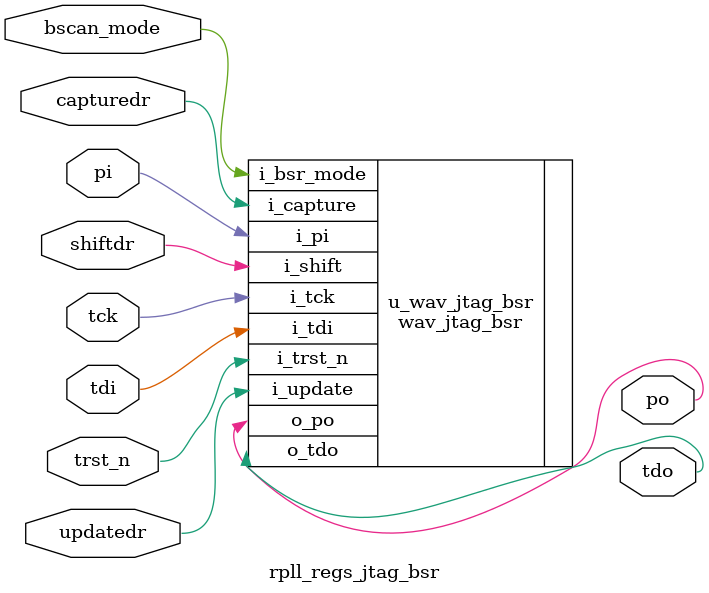
<source format=v>



module rpll_regs_regs_top #(
  parameter    ADDR_WIDTH = 8
)(
  //CORE_OVERRIDES
  input  wire         core_reset,
  output wire         swi_core_reset_muxed,
  input  wire         core_ready_ov,
  output wire         swi_core_ready_ov_muxed,
  input  wire         core_ret,
  output wire         swi_core_ret_muxed,
  //CORE_STATUS
  input  wire         core_ready,
  input  wire         core_fastlock_ready,
  input  wire         freq_detect_lock,
  input  wire [16:0]  freq_detect_cycles,
  input  wire [3:0]   fsm_state,
  //CORE_STATUS_INT
  input  wire         w1c_in_core_ready_int,
  output wire         w1c_out_core_ready_int,
  input  wire         w1c_in_core_loss_lock_int,
  output wire         w1c_out_core_loss_lock_int,
  input  wire         w1c_in_retention_exit_to_int,
  output wire         w1c_out_retention_exit_to_int,
  output wire         swi_core_ready_int_en,
  output wire         swi_core_loss_lock_int_en,
  output wire         swi_retention_exit_to_int_en,
  //INT_FRAC_SETTINGS
  output wire [8:0]   swi_vco_int,
  output wire [15:0]  swi_vco_frac,
  output wire [1:0]   swi_post_div_sel,
  //SSC_CONTROLS
  output wire         swi_ssc_enable,
  output wire [9:0]   swi_ssc_stepsize,
  output wire [16:0]  swi_ssc_amp,
  output wire         swi_ssc_count_cycles,
  output wire         swi_ssc_center_spread,
  //RETENTION_STATE_CONTROL
  output wire [15:0]  swi_ret_per_training_wait,
  output wire [7:0]   swi_ret_per_training_time,
  //RETENTION_EXIT_SETTINGS
  output wire [15:0]  swi_ret_exit_timeout,
  //RETENTION_LOCK_SETTINGS
  output wire [7:0]   swi_ret_lock_refclk_cycles,
  output wire [15:0]  swi_ret_lock_div16_cycles,
  output wire [7:0]   swi_ret_lock_div16_range,
  //RETENTION_LOCK_SETTINGS2
  input  wire         ret_lock_det_en,
  output wire         swi_ret_lock_det_en_muxed,
  input  wire         ret_lock_det_locked,
  input  wire [15:0]  ret_lock_cycles,
  //STATE_MACHINE_CONTROLS
  output wire [7:0]   swi_bias_settle_count,
  output wire [7:0]   swi_pre_locking_count,
  output wire         swi_disable_lock_det_after_lock,
  //PROP_GAINS
  output wire [4:0]   swi_normal_prop_gain,
  //INTR_GAINS
  output wire [4:0]   swi_normal_int_gain,
  //INTR_PROP_FL_GAINS
  output wire [4:0]   swi_fl_int_gain,
  output wire [4:0]   swi_fl_prop_gain,
  //INTR_PROP_GAINS_OVERRIDE
  input  wire [4:0]   int_gain,
  output wire [4:0]   swi_int_gain_muxed,
  input  wire [4:0]   prop_gain,
  output wire [4:0]   swi_prop_gain_muxed,
  //LOCK_DET_SETTINGS
  output wire [15:0]  swi_ld_refclk_cycles,
  output wire [5:0]   swi_ld_range,
  //FASTLOCK_DET_SETTINGS
  output wire [15:0]  swi_fastld_refclk_cycles,
  output wire [5:0]   swi_fastld_range,
  //ANALOG_EN_RESET
  input  wire         pll_en,
  output wire         swi_pll_en_muxed,
  input  wire         pll_reset,
  output wire         swi_pll_reset_muxed,
  input  wire         pll_ret,
  output wire         swi_pll_ret_muxed,
  input  wire [8:0]   fbdiv_sel,
  output wire [8:0]   swi_fbdiv_sel_muxed,
  //MODE_DTST_MISC
  output wire [3:0]   swi_bias_lvl,
  output wire         swi_cp_int_mode,
  input  wire         en_lock_det,
  output wire         swi_en_lock_det_muxed,
  output wire [2:0]   swi_dtest_sel,
  output wire [7:0]   swi_mode_extra,
  output wire         swi_byp_clk_sel,
  output wire         swi_dbl_clk_sel,
  output wire         swi_bias_sel,
  //PROP_CTRLS
  output wire [1:0]   swi_prop_c_ctrl,
  output wire [1:0]   swi_prop_r_ctrl,
  //REFCLK_CONTROLS
  output wire [1:0]   swi_pfd_mode,
  output wire         swi_sel_refclk_alt,
  //DEBUG_BUS_STATUS
  output reg  [31:0]  debug_bus_ctrl_status,

  //DFT Ports (if used)
  input  wire dft_core_scan_mode,
  input  wire dft_iddq_mode,
  input  wire dft_hiz_mode,
  input  wire dft_bscan_mode,
  // BSCAN Shift Interface
  input  wire dft_bscan_tck,
  input  wire dft_bscan_trst_n,
  input  wire dft_bscan_capturedr,
  input  wire dft_bscan_shiftdr,
  input  wire dft_bscan_updatedr,
  input  wire dft_bscan_tdi,
  output wire dft_bscan_tdo,     //Assigned to last in chain
  
  // APB Interface
  input  wire RegReset,
  input  wire RegClk,
  input  wire PSEL,
  input  wire PENABLE,
  input  wire PWRITE,
  output wire PSLVERR,
  output wire PREADY,
  input  wire [(ADDR_WIDTH-1):0] PADDR,
  input  wire [31:0] PWDATA,
  output wire [31:0] PRDATA
);
  
  //DFT Tieoffs (if not used)

  //APB Setup/Access 
  wire [(ADDR_WIDTH-1):0] RegAddr_in;
  reg  [(ADDR_WIDTH-1):0] RegAddr;
  wire [31:0] RegWrData_in;
  reg  [31:0] RegWrData;
  wire RegWrEn_in;
  reg  RegWrEn_pq;
  wire RegWrEn;

  assign RegAddr_in = PSEL ? PADDR : RegAddr; 

  always @(posedge RegClk or posedge RegReset) begin
    if (RegReset) begin
      RegAddr <= {(ADDR_WIDTH){1'b0}};
    end else begin
      RegAddr <= RegAddr_in;
    end
  end

  assign RegWrData_in = PSEL ? PWDATA : RegWrData; 

  always @(posedge RegClk or posedge RegReset) begin
    if (RegReset) begin
      RegWrData <= 32'h00000000;
    end else begin
      RegWrData <= RegWrData_in;
    end
  end

  assign RegWrEn_in = PSEL & PWRITE;

  always @(posedge RegClk or posedge RegReset) begin
    if (RegReset) begin
      RegWrEn_pq <= 1'b0;
    end else begin
      RegWrEn_pq <= RegWrEn_in;
    end
  end

  assign RegWrEn = RegWrEn_pq & PENABLE;
  
  //assign PSLVERR = 1'b0;
  assign PREADY  = 1'b1;
  


  //Regs for Mux Override sel
  reg  reg_core_reset_mux;
  reg  reg_core_ready_ov_mux;
  reg  reg_core_ret_mux;
  reg  reg_ret_lock_det_en_mux;
  reg  reg_int_gain_mux;
  reg  reg_prop_gain_mux;
  reg  reg_pll_en_mux;
  reg  reg_pll_reset_mux;
  reg  reg_pll_ret_mux;
  reg  reg_fbdiv_sel_mux;
  reg  reg_en_lock_det_mux;



  //---------------------------
  // CORE_OVERRIDES
  // core_reset - Main PLL Reset
  // core_reset_mux - 1 - Use register value, 0 - use logic
  // core_ready_ov - Override for core_ready (sims/debug)
  // core_ready_ov_mux - 1 - Use register value, 0 - use logic
  // core_ret - Enable PLL retention mode (this is not power gating retention)
  // core_ret_mux - 1 - Use register value, 0 - use logic
  //---------------------------
  wire [31:0] CORE_OVERRIDES_reg_read;
  reg          reg_core_reset;
  reg          reg_core_ready_ov;
  reg          reg_core_ret;

  always @(posedge RegClk or posedge RegReset) begin
    if(RegReset) begin
      reg_core_reset                         <= 1'h0;
      reg_core_reset_mux                     <= 1'h0;
      reg_core_ready_ov                      <= 1'h0;
      reg_core_ready_ov_mux                  <= 1'h0;
      reg_core_ret                           <= 1'h0;
      reg_core_ret_mux                       <= 1'h0;
    end else if(RegAddr == 'h0 && RegWrEn) begin
      reg_core_reset                         <= RegWrData[0];
      reg_core_reset_mux                     <= RegWrData[1];
      reg_core_ready_ov                      <= RegWrData[2];
      reg_core_ready_ov_mux                  <= RegWrData[3];
      reg_core_ret                           <= RegWrData[4];
      reg_core_ret_mux                       <= RegWrData[5];
    end else begin
      reg_core_reset                         <= reg_core_reset;
      reg_core_reset_mux                     <= reg_core_reset_mux;
      reg_core_ready_ov                      <= reg_core_ready_ov;
      reg_core_ready_ov_mux                  <= reg_core_ready_ov_mux;
      reg_core_ret                           <= reg_core_ret;
      reg_core_ret_mux                       <= reg_core_ret_mux;
    end
  end

  assign CORE_OVERRIDES_reg_read = {26'h0,
          reg_core_ret_mux,
          reg_core_ret,
          reg_core_ready_ov_mux,
          reg_core_ready_ov,
          reg_core_reset_mux,
          reg_core_reset};

  //-----------------------

  wire        swi_core_reset_muxed_pre;
  wav_clock_mux u_wav_clock_mux_core_reset (
    .clk0    ( core_reset                         ),              
    .clk1    ( reg_core_reset                     ),              
    .sel     ( reg_core_reset_mux                 ),      
    .clk_out ( swi_core_reset_muxed_pre           )); 

  assign swi_core_reset_muxed = swi_core_reset_muxed_pre;

  //-----------------------
  //-----------------------

  wire        swi_core_ready_ov_muxed_pre;
  wav_clock_mux u_wav_clock_mux_core_ready_ov (
    .clk0    ( core_ready_ov                      ),              
    .clk1    ( reg_core_ready_ov                  ),              
    .sel     ( reg_core_ready_ov_mux              ),      
    .clk_out ( swi_core_ready_ov_muxed_pre        )); 

  assign swi_core_ready_ov_muxed = swi_core_ready_ov_muxed_pre;

  //-----------------------
  //-----------------------

  wire        swi_core_ret_muxed_pre;
  wav_clock_mux u_wav_clock_mux_core_ret (
    .clk0    ( core_ret                           ),              
    .clk1    ( reg_core_ret                       ),              
    .sel     ( reg_core_ret_mux                   ),      
    .clk_out ( swi_core_ret_muxed_pre             )); 

  assign swi_core_ret_muxed = swi_core_ret_muxed_pre;

  //-----------------------




  //---------------------------
  // CORE_STATUS
  // core_ready - 1 - PLL is locked and ready to be used
  // core_fastlock_ready - 1 - PLL has completed fast lock
  // freq_detect_lock - Status of the freq detection circuit
  // freq_detect_cycles - Current FB cycles from freq detection circuit
  // fsm_state - FSM State
  //---------------------------
  wire [31:0] CORE_STATUS_reg_read;
  assign CORE_STATUS_reg_read = {8'h0,
          fsm_state,
          freq_detect_cycles,
          freq_detect_lock,
          core_fastlock_ready,
          core_ready};

  //-----------------------
  //-----------------------
  //-----------------------
  //-----------------------
  //-----------------------




  //---------------------------
  // CORE_STATUS_INT
  // core_ready_int - Asserts when core_ready asserts
  // core_loss_lock_int - Asserts when loss of lock is seen
  // retention_exit_to_int - Asserts when retention mode does not exit within programmed time
  // reserved0 - 
  // core_ready_int_en - 1 - Enable core_ready_int interrupt
  // core_loss_lock_int_en - 1 - Enable core_loss_lock_int interrupt
  // retention_exit_to_int_en - 1 - Enable retention_exit_to_int interrupt
  //---------------------------
  wire [31:0] CORE_STATUS_INT_reg_read;
  reg          reg_w1c_core_ready_int;
  wire         reg_w1c_in_core_ready_int_ff2;
  reg          reg_w1c_in_core_ready_int_ff3;
  reg          reg_w1c_core_loss_lock_int;
  wire         reg_w1c_in_core_loss_lock_int_ff2;
  reg          reg_w1c_in_core_loss_lock_int_ff3;
  reg          reg_w1c_retention_exit_to_int;
  wire         reg_w1c_in_retention_exit_to_int_ff2;
  reg          reg_w1c_in_retention_exit_to_int_ff3;
  reg         reg_core_ready_int_en;
  reg         reg_core_loss_lock_int_en;
  reg         reg_retention_exit_to_int_en;

  always @(posedge RegClk or posedge RegReset) begin
    if(RegReset) begin
      reg_core_ready_int_en                  <= 1'h1;
      reg_core_loss_lock_int_en              <= 1'h1;
      reg_retention_exit_to_int_en           <= 1'h1;
    end else if(RegAddr == 'h8 && RegWrEn) begin
      reg_core_ready_int_en                  <= RegWrData[9];
      reg_core_loss_lock_int_en              <= RegWrData[10];
      reg_retention_exit_to_int_en           <= RegWrData[11];
    end else begin
      reg_core_ready_int_en                  <= reg_core_ready_int_en;
      reg_core_loss_lock_int_en              <= reg_core_loss_lock_int_en;
      reg_retention_exit_to_int_en           <= reg_retention_exit_to_int_en;
    end
  end


  // core_ready_int W1C Logic
  always @(posedge RegClk or posedge RegReset) begin
    if(RegReset) begin
      reg_w1c_core_ready_int                    <= 1'h0;
      reg_w1c_in_core_ready_int_ff3             <= 1'h0;
    end else begin
      reg_w1c_core_ready_int                    <= RegWrData[0] && reg_w1c_core_ready_int && (RegAddr == 'h8) && RegWrEn ? 1'b0 : (reg_w1c_in_core_ready_int_ff2 & ~reg_w1c_in_core_ready_int_ff3 ? 1'b1 : reg_w1c_core_ready_int);
      reg_w1c_in_core_ready_int_ff3             <= reg_w1c_in_core_ready_int_ff2;
    end
  end

  demet_reset u_demet_reset_core_ready_int (
    .clk     ( RegClk                                     ),              
    .reset   ( RegReset                                   ),              
    .sig_in  ( w1c_in_core_ready_int                      ),            
    .sig_out ( reg_w1c_in_core_ready_int_ff2              )); 


  // core_loss_lock_int W1C Logic
  always @(posedge RegClk or posedge RegReset) begin
    if(RegReset) begin
      reg_w1c_core_loss_lock_int                <= 1'h0;
      reg_w1c_in_core_loss_lock_int_ff3         <= 1'h0;
    end else begin
      reg_w1c_core_loss_lock_int                <= RegWrData[1] && reg_w1c_core_loss_lock_int && (RegAddr == 'h8) && RegWrEn ? 1'b0 : (reg_w1c_in_core_loss_lock_int_ff2 & ~reg_w1c_in_core_loss_lock_int_ff3 ? 1'b1 : reg_w1c_core_loss_lock_int);
      reg_w1c_in_core_loss_lock_int_ff3         <= reg_w1c_in_core_loss_lock_int_ff2;
    end
  end

  demet_reset u_demet_reset_core_loss_lock_int (
    .clk     ( RegClk                                     ),              
    .reset   ( RegReset                                   ),              
    .sig_in  ( w1c_in_core_loss_lock_int                  ),            
    .sig_out ( reg_w1c_in_core_loss_lock_int_ff2          )); 


  // retention_exit_to_int W1C Logic
  always @(posedge RegClk or posedge RegReset) begin
    if(RegReset) begin
      reg_w1c_retention_exit_to_int             <= 1'h0;
      reg_w1c_in_retention_exit_to_int_ff3      <= 1'h0;
    end else begin
      reg_w1c_retention_exit_to_int             <= RegWrData[2] && reg_w1c_retention_exit_to_int && (RegAddr == 'h8) && RegWrEn ? 1'b0 : (reg_w1c_in_retention_exit_to_int_ff2 & ~reg_w1c_in_retention_exit_to_int_ff3 ? 1'b1 : reg_w1c_retention_exit_to_int);
      reg_w1c_in_retention_exit_to_int_ff3      <= reg_w1c_in_retention_exit_to_int_ff2;
    end
  end

  demet_reset u_demet_reset_retention_exit_to_int (
    .clk     ( RegClk                                     ),              
    .reset   ( RegReset                                   ),              
    .sig_in  ( w1c_in_retention_exit_to_int               ),            
    .sig_out ( reg_w1c_in_retention_exit_to_int_ff2       )); 

  assign CORE_STATUS_INT_reg_read = {20'h0,
          reg_retention_exit_to_int_en,
          reg_core_loss_lock_int_en,
          reg_core_ready_int_en,
          6'd0, //Reserved
          reg_w1c_retention_exit_to_int,
          reg_w1c_core_loss_lock_int,
          reg_w1c_core_ready_int};

  //-----------------------
  assign w1c_out_core_ready_int = reg_w1c_core_ready_int;
  //-----------------------
  assign w1c_out_core_loss_lock_int = reg_w1c_core_loss_lock_int;
  //-----------------------
  assign w1c_out_retention_exit_to_int = reg_w1c_retention_exit_to_int;
  //-----------------------
  //-----------------------
  assign swi_core_ready_int_en = reg_core_ready_int_en;

  //-----------------------
  assign swi_core_loss_lock_int_en = reg_core_loss_lock_int_en;

  //-----------------------
  assign swi_retention_exit_to_int_en = reg_retention_exit_to_int_en;





  //---------------------------
  // INT_FRAC_SETTINGS
  // vco_int - Integer value of feedback divider
  // vco_frac - Fractional value of feedback divider      
  // post_div_sel - Post Divider 00 - No Div, 01 - Div2, 10 - Div4, 11 - Div8   
  //---------------------------
  wire [31:0] INT_FRAC_SETTINGS_reg_read;
  reg [8:0]   reg_vco_int;
  reg [15:0]  reg_vco_frac;
  reg [1:0]   reg_post_div_sel;

  always @(posedge RegClk or posedge RegReset) begin
    if(RegReset) begin
      reg_vco_int                            <= 9'h1a;
      reg_vco_frac                           <= 16'h0;
      reg_post_div_sel                       <= 2'h0;
    end else if(RegAddr == 'hc && RegWrEn) begin
      reg_vco_int                            <= RegWrData[8:0];
      reg_vco_frac                           <= RegWrData[24:9];
      reg_post_div_sel                       <= RegWrData[26:25];
    end else begin
      reg_vco_int                            <= reg_vco_int;
      reg_vco_frac                           <= reg_vco_frac;
      reg_post_div_sel                       <= reg_post_div_sel;
    end
  end

  assign INT_FRAC_SETTINGS_reg_read = {5'h0,
          reg_post_div_sel,
          reg_vco_frac,
          reg_vco_int};

  //-----------------------
  assign swi_vco_int = reg_vco_int;

  //-----------------------
  assign swi_vco_frac = reg_vco_frac;

  //-----------------------
  wire [1:0] post_div_sel_tdo;


  wire [1:0] post_div_sel_bscan_flop_po;
  rpll_regs_jtag_bsr u_rpll_regs_jtag_bsr_post_div_sel[1:0] (   
    .tck        ( dft_bscan_tck                      ),          
    .trst_n     ( dft_bscan_trst_n                   ),      
    .bscan_mode ( dft_bscan_mode                     ),
    .capturedr  ( dft_bscan_capturedr                ),
    .shiftdr    ( dft_bscan_shiftdr                  ),          
    .updatedr   ( dft_bscan_updatedr                 ),               
    .pi         ( reg_post_div_sel                   ),               
    .po         ( post_div_sel_bscan_flop_po         ),               
    .tdi        ( {dft_bscan_tdi,
                   post_div_sel_tdo[1]}     ),                
    .tdo        ( {post_div_sel_tdo[1],
                   post_div_sel_tdo[0]}     )); 

  assign swi_post_div_sel = post_div_sel_bscan_flop_po;





  //---------------------------
  // SSC_CONTROLS
  // ssc_enable - 
  // ssc_stepsize - 
  // ssc_amp - 
  // ssc_count_cycles - 
  // ssc_center_spread - 
  //---------------------------
  wire [31:0] SSC_CONTROLS_reg_read;
  reg         reg_ssc_enable;
  reg [9:0]   reg_ssc_stepsize;
  reg [16:0]  reg_ssc_amp;
  reg         reg_ssc_count_cycles;
  reg         reg_ssc_center_spread;

  always @(posedge RegClk or posedge RegReset) begin
    if(RegReset) begin
      reg_ssc_enable                         <= 1'h0;
      reg_ssc_stepsize                       <= 10'h0;
      reg_ssc_amp                            <= 17'h0;
      reg_ssc_count_cycles                   <= 1'h0;
      reg_ssc_center_spread                  <= 1'h0;
    end else if(RegAddr == 'h10 && RegWrEn) begin
      reg_ssc_enable                         <= RegWrData[0];
      reg_ssc_stepsize                       <= RegWrData[10:1];
      reg_ssc_amp                            <= RegWrData[27:11];
      reg_ssc_count_cycles                   <= RegWrData[28];
      reg_ssc_center_spread                  <= RegWrData[29];
    end else begin
      reg_ssc_enable                         <= reg_ssc_enable;
      reg_ssc_stepsize                       <= reg_ssc_stepsize;
      reg_ssc_amp                            <= reg_ssc_amp;
      reg_ssc_count_cycles                   <= reg_ssc_count_cycles;
      reg_ssc_center_spread                  <= reg_ssc_center_spread;
    end
  end

  assign SSC_CONTROLS_reg_read = {2'h0,
          reg_ssc_center_spread,
          reg_ssc_count_cycles,
          reg_ssc_amp,
          reg_ssc_stepsize,
          reg_ssc_enable};

  //-----------------------
  assign swi_ssc_enable = reg_ssc_enable;

  //-----------------------
  assign swi_ssc_stepsize = reg_ssc_stepsize;

  //-----------------------
  assign swi_ssc_amp = reg_ssc_amp;

  //-----------------------
  assign swi_ssc_count_cycles = reg_ssc_count_cycles;

  //-----------------------
  assign swi_ssc_center_spread = reg_ssc_center_spread;





  //---------------------------
  // RETENTION_STATE_CONTROL
  // ret_per_training_wait - Number of cycles to wait between periodic training while in retention mode. 0 indicates disabled
  // ret_per_training_time - Number of cycles to run periodic training in retention mode
  //---------------------------
  wire [31:0] RETENTION_STATE_CONTROL_reg_read;
  reg [15:0]  reg_ret_per_training_wait;
  reg [7:0]   reg_ret_per_training_time;

  always @(posedge RegClk or posedge RegReset) begin
    if(RegReset) begin
      reg_ret_per_training_wait              <= 16'h7ff;
      reg_ret_per_training_time              <= 8'h3f;
    end else if(RegAddr == 'h14 && RegWrEn) begin
      reg_ret_per_training_wait              <= RegWrData[15:0];
      reg_ret_per_training_time              <= RegWrData[23:16];
    end else begin
      reg_ret_per_training_wait              <= reg_ret_per_training_wait;
      reg_ret_per_training_time              <= reg_ret_per_training_time;
    end
  end

  assign RETENTION_STATE_CONTROL_reg_read = {8'h0,
          reg_ret_per_training_time,
          reg_ret_per_training_wait};

  //-----------------------
  assign swi_ret_per_training_wait = reg_ret_per_training_wait;

  //-----------------------
  assign swi_ret_per_training_time = reg_ret_per_training_time;





  //---------------------------
  // RETENTION_EXIT_SETTINGS
  // ret_exit_timeout - If retention exit does not occur within this time, the PLL will self reset.
  //---------------------------
  wire [31:0] RETENTION_EXIT_SETTINGS_reg_read;
  reg [15:0]  reg_ret_exit_timeout;

  always @(posedge RegClk or posedge RegReset) begin
    if(RegReset) begin
      reg_ret_exit_timeout                   <= 16'hfff;
    end else if(RegAddr == 'h18 && RegWrEn) begin
      reg_ret_exit_timeout                   <= RegWrData[15:0];
    end else begin
      reg_ret_exit_timeout                   <= reg_ret_exit_timeout;
    end
  end

  assign RETENTION_EXIT_SETTINGS_reg_read = {16'h0,
          reg_ret_exit_timeout};

  //-----------------------
  assign swi_ret_exit_timeout = reg_ret_exit_timeout;





  //---------------------------
  // RETENTION_LOCK_SETTINGS
  // ret_lock_refclk_cycles - Number of refclk cycles to check for retention lock
  // ret_lock_div16_cycles - Number of div16 cycles to check for retention lock
  // ret_lock_div16_range - Range available for lock to be determined
  //---------------------------
  wire [31:0] RETENTION_LOCK_SETTINGS_reg_read;
  reg [7:0]   reg_ret_lock_refclk_cycles;
  reg [15:0]  reg_ret_lock_div16_cycles;
  reg [7:0]   reg_ret_lock_div16_range;

  always @(posedge RegClk or posedge RegReset) begin
    if(RegReset) begin
      reg_ret_lock_refclk_cycles             <= 8'h10;
      reg_ret_lock_div16_cycles              <= 16'h0;
      reg_ret_lock_div16_range               <= 8'h20;
    end else if(RegAddr == 'h1c && RegWrEn) begin
      reg_ret_lock_refclk_cycles             <= RegWrData[7:0];
      reg_ret_lock_div16_cycles              <= RegWrData[23:8];
      reg_ret_lock_div16_range               <= RegWrData[31:24];
    end else begin
      reg_ret_lock_refclk_cycles             <= reg_ret_lock_refclk_cycles;
      reg_ret_lock_div16_cycles              <= reg_ret_lock_div16_cycles;
      reg_ret_lock_div16_range               <= reg_ret_lock_div16_range;
    end
  end

  assign RETENTION_LOCK_SETTINGS_reg_read = {          reg_ret_lock_div16_range,
          reg_ret_lock_div16_cycles,
          reg_ret_lock_refclk_cycles};

  //-----------------------
  assign swi_ret_lock_refclk_cycles = reg_ret_lock_refclk_cycles;

  //-----------------------
  assign swi_ret_lock_div16_cycles = reg_ret_lock_div16_cycles;

  //-----------------------
  assign swi_ret_lock_div16_range = reg_ret_lock_div16_range;





  //---------------------------
  // RETENTION_LOCK_SETTINGS2
  // ret_lock_det_en - 
  // ret_lock_det_en_mux - 
  // ret_lock_det_locked - 
  // ret_lock_cycles - 
  //---------------------------
  wire [31:0] RETENTION_LOCK_SETTINGS2_reg_read;
  reg          reg_ret_lock_det_en;

  always @(posedge RegClk or posedge RegReset) begin
    if(RegReset) begin
      reg_ret_lock_det_en                    <= 1'h0;
      reg_ret_lock_det_en_mux                <= 1'h0;
    end else if(RegAddr == 'h20 && RegWrEn) begin
      reg_ret_lock_det_en                    <= RegWrData[0];
      reg_ret_lock_det_en_mux                <= RegWrData[1];
    end else begin
      reg_ret_lock_det_en                    <= reg_ret_lock_det_en;
      reg_ret_lock_det_en_mux                <= reg_ret_lock_det_en_mux;
    end
  end

  assign RETENTION_LOCK_SETTINGS2_reg_read = {13'h0,
          ret_lock_cycles,
          ret_lock_det_locked,
          reg_ret_lock_det_en_mux,
          reg_ret_lock_det_en};

  //-----------------------

  wire        swi_ret_lock_det_en_muxed_pre;
  wav_clock_mux u_wav_clock_mux_ret_lock_det_en (
    .clk0    ( ret_lock_det_en                    ),              
    .clk1    ( reg_ret_lock_det_en                ),              
    .sel     ( reg_ret_lock_det_en_mux            ),      
    .clk_out ( swi_ret_lock_det_en_muxed_pre      )); 

  assign swi_ret_lock_det_en_muxed = swi_ret_lock_det_en_muxed_pre;

  //-----------------------
  //-----------------------
  //-----------------------




  //---------------------------
  // STATE_MACHINE_CONTROLS
  // bias_settle_count - Number of refclk cycles to wait until entering the fastlock routine
  // pre_locking_count - Number of refclk cycles to wait until entering normal lock after fast lock
  // disable_lock_det_after_lock - 1 - Lock Detection circuit is disabled after lock is seen. 0 - Lock detection always enabled. Disabling lock detect would mean loss of lock is not possible to detect.
  //---------------------------
  wire [31:0] STATE_MACHINE_CONTROLS_reg_read;
  reg [7:0]   reg_bias_settle_count;
  reg [7:0]   reg_pre_locking_count;
  reg         reg_disable_lock_det_after_lock;

  always @(posedge RegClk or posedge RegReset) begin
    if(RegReset) begin
      reg_bias_settle_count                  <= 8'h8;
      reg_pre_locking_count                  <= 8'h4;
      reg_disable_lock_det_after_lock        <= 1'h0;
    end else if(RegAddr == 'h24 && RegWrEn) begin
      reg_bias_settle_count                  <= RegWrData[7:0];
      reg_pre_locking_count                  <= RegWrData[15:8];
      reg_disable_lock_det_after_lock        <= RegWrData[16];
    end else begin
      reg_bias_settle_count                  <= reg_bias_settle_count;
      reg_pre_locking_count                  <= reg_pre_locking_count;
      reg_disable_lock_det_after_lock        <= reg_disable_lock_det_after_lock;
    end
  end

  assign STATE_MACHINE_CONTROLS_reg_read = {15'h0,
          reg_disable_lock_det_after_lock,
          reg_pre_locking_count,
          reg_bias_settle_count};

  //-----------------------
  assign swi_bias_settle_count = reg_bias_settle_count;

  //-----------------------
  assign swi_pre_locking_count = reg_pre_locking_count;

  //-----------------------
  assign swi_disable_lock_det_after_lock = reg_disable_lock_det_after_lock;





  //---------------------------
  // PROP_GAINS
  // normal_prop_gain - Proportional Gain when not in fastlock
  //---------------------------
  wire [31:0] PROP_GAINS_reg_read;
  reg [4:0]   reg_normal_prop_gain;

  always @(posedge RegClk or posedge RegReset) begin
    if(RegReset) begin
      reg_normal_prop_gain                   <= 5'h1;
    end else if(RegAddr == 'h28 && RegWrEn) begin
      reg_normal_prop_gain                   <= RegWrData[4:0];
    end else begin
      reg_normal_prop_gain                   <= reg_normal_prop_gain;
    end
  end

  assign PROP_GAINS_reg_read = {27'h0,
          reg_normal_prop_gain};

  //-----------------------
  assign swi_normal_prop_gain = reg_normal_prop_gain;





  //---------------------------
  // INTR_GAINS
  // normal_int_gain - Integral Gain when not in fastlock
  //---------------------------
  wire [31:0] INTR_GAINS_reg_read;
  reg [4:0]   reg_normal_int_gain;

  always @(posedge RegClk or posedge RegReset) begin
    if(RegReset) begin
      reg_normal_int_gain                    <= 5'h4;
    end else if(RegAddr == 'h2c && RegWrEn) begin
      reg_normal_int_gain                    <= RegWrData[4:0];
    end else begin
      reg_normal_int_gain                    <= reg_normal_int_gain;
    end
  end

  assign INTR_GAINS_reg_read = {27'h0,
          reg_normal_int_gain};

  //-----------------------
  assign swi_normal_int_gain = reg_normal_int_gain;





  //---------------------------
  // INTR_PROP_FL_GAINS
  // fl_int_gain - Integral gain when in fastlock
  // fl_prop_gain - Proportional gain when in fastlock
  //---------------------------
  wire [31:0] INTR_PROP_FL_GAINS_reg_read;
  reg [4:0]   reg_fl_int_gain;
  reg [4:0]   reg_fl_prop_gain;

  always @(posedge RegClk or posedge RegReset) begin
    if(RegReset) begin
      reg_fl_int_gain                        <= 5'h1e;
      reg_fl_prop_gain                       <= 5'h1e;
    end else if(RegAddr == 'h30 && RegWrEn) begin
      reg_fl_int_gain                        <= RegWrData[4:0];
      reg_fl_prop_gain                       <= RegWrData[9:5];
    end else begin
      reg_fl_int_gain                        <= reg_fl_int_gain;
      reg_fl_prop_gain                       <= reg_fl_prop_gain;
    end
  end

  assign INTR_PROP_FL_GAINS_reg_read = {22'h0,
          reg_fl_prop_gain,
          reg_fl_int_gain};

  //-----------------------
  assign swi_fl_int_gain = reg_fl_int_gain;

  //-----------------------
  assign swi_fl_prop_gain = reg_fl_prop_gain;





  //---------------------------
  // INTR_PROP_GAINS_OVERRIDE
  // int_gain - Integral gain directly after VCO switch
  // int_gain_mux - 
  // prop_gain - Proportional gain directly after VCO switch
  // prop_gain_mux - 
  //---------------------------
  wire [31:0] INTR_PROP_GAINS_OVERRIDE_reg_read;
  reg  [4:0]   reg_int_gain;
  reg  [4:0]   reg_prop_gain;

  always @(posedge RegClk or posedge RegReset) begin
    if(RegReset) begin
      reg_int_gain                           <= 5'hf;
      reg_int_gain_mux                       <= 1'h0;
      reg_prop_gain                          <= 5'h9;
      reg_prop_gain_mux                      <= 1'h0;
    end else if(RegAddr == 'h34 && RegWrEn) begin
      reg_int_gain                           <= RegWrData[4:0];
      reg_int_gain_mux                       <= RegWrData[5];
      reg_prop_gain                          <= RegWrData[10:6];
      reg_prop_gain_mux                      <= RegWrData[11];
    end else begin
      reg_int_gain                           <= reg_int_gain;
      reg_int_gain_mux                       <= reg_int_gain_mux;
      reg_prop_gain                          <= reg_prop_gain;
      reg_prop_gain_mux                      <= reg_prop_gain_mux;
    end
  end

  assign INTR_PROP_GAINS_OVERRIDE_reg_read = {20'h0,
          reg_prop_gain_mux,
          reg_prop_gain,
          reg_int_gain_mux,
          reg_int_gain};

  //-----------------------

  wire [4:0]  swi_int_gain_muxed_pre;
  wav_clock_mux u_wav_clock_mux_int_gain[4:0] (
    .clk0    ( int_gain                           ),              
    .clk1    ( reg_int_gain                       ),              
    .sel     ( reg_int_gain_mux                   ),      
    .clk_out ( swi_int_gain_muxed_pre             )); 

  wire [4:0] int_gain_tdo;


  wire [4:0] int_gain_bscan_flop_po;
  rpll_regs_jtag_bsr u_rpll_regs_jtag_bsr_int_gain[4:0] (   
    .tck        ( dft_bscan_tck                      ),          
    .trst_n     ( dft_bscan_trst_n                   ),      
    .bscan_mode ( dft_bscan_mode                     ),
    .capturedr  ( dft_bscan_capturedr                ),
    .shiftdr    ( dft_bscan_shiftdr                  ),          
    .updatedr   ( dft_bscan_updatedr                 ),               
    .pi         ( swi_int_gain_muxed_pre             ),               
    .po         ( int_gain_bscan_flop_po             ),               
    .tdi        ( {post_div_sel_tdo[0],
                   int_gain_tdo[4],
                   int_gain_tdo[3],
                   int_gain_tdo[2],
                   int_gain_tdo[1]}     ),                
    .tdo        ( {int_gain_tdo[4],
                   int_gain_tdo[3],
                   int_gain_tdo[2],
                   int_gain_tdo[1],
                   int_gain_tdo[0]}     )); 

  assign swi_int_gain_muxed = int_gain_bscan_flop_po;

  //-----------------------
  //-----------------------

  wire [4:0]  swi_prop_gain_muxed_pre;
  wav_clock_mux u_wav_clock_mux_prop_gain[4:0] (
    .clk0    ( prop_gain                          ),              
    .clk1    ( reg_prop_gain                      ),              
    .sel     ( reg_prop_gain_mux                  ),      
    .clk_out ( swi_prop_gain_muxed_pre            )); 

  wire [4:0] prop_gain_tdo;


  wire [4:0] prop_gain_bscan_flop_po;
  rpll_regs_jtag_bsr u_rpll_regs_jtag_bsr_prop_gain[4:0] (   
    .tck        ( dft_bscan_tck                      ),          
    .trst_n     ( dft_bscan_trst_n                   ),      
    .bscan_mode ( dft_bscan_mode                     ),
    .capturedr  ( dft_bscan_capturedr                ),
    .shiftdr    ( dft_bscan_shiftdr                  ),          
    .updatedr   ( dft_bscan_updatedr                 ),               
    .pi         ( swi_prop_gain_muxed_pre            ),               
    .po         ( prop_gain_bscan_flop_po            ),               
    .tdi        ( {int_gain_tdo[0],
                   prop_gain_tdo[4],
                   prop_gain_tdo[3],
                   prop_gain_tdo[2],
                   prop_gain_tdo[1]}     ),                
    .tdo        ( {prop_gain_tdo[4],
                   prop_gain_tdo[3],
                   prop_gain_tdo[2],
                   prop_gain_tdo[1],
                   prop_gain_tdo[0]}     )); 

  assign swi_prop_gain_muxed = prop_gain_bscan_flop_po;

  //-----------------------




  //---------------------------
  // LOCK_DET_SETTINGS
  // ld_refclk_cycles - Number of refclk cycles to compare against fbclk for detecting lock. A higher number with tighter range equates to a lower PPM tolerance
  // ld_range - Range tolerance for refclk vs. fbclk during normal lock procedure
  //---------------------------
  wire [31:0] LOCK_DET_SETTINGS_reg_read;
  reg [15:0]  reg_ld_refclk_cycles;
  reg [5:0]   reg_ld_range;

  always @(posedge RegClk or posedge RegReset) begin
    if(RegReset) begin
      reg_ld_refclk_cycles                   <= 16'h200;
      reg_ld_range                           <= 6'h4;
    end else if(RegAddr == 'h38 && RegWrEn) begin
      reg_ld_refclk_cycles                   <= RegWrData[15:0];
      reg_ld_range                           <= RegWrData[21:16];
    end else begin
      reg_ld_refclk_cycles                   <= reg_ld_refclk_cycles;
      reg_ld_range                           <= reg_ld_range;
    end
  end

  assign LOCK_DET_SETTINGS_reg_read = {10'h0,
          reg_ld_range,
          reg_ld_refclk_cycles};

  //-----------------------
  assign swi_ld_refclk_cycles = reg_ld_refclk_cycles;

  //-----------------------
  assign swi_ld_range = reg_ld_range;





  //---------------------------
  // FASTLOCK_DET_SETTINGS
  // fastld_refclk_cycles - Number of refclk cycles to compare against fbclk for detecting lock during fastlock. A higher number with tighter range equates to a lower PPM tolerance
  // fastld_range - Range tolerance for refclk vs. fbclk during fast lock procedure
  //---------------------------
  wire [31:0] FASTLOCK_DET_SETTINGS_reg_read;
  reg [15:0]  reg_fastld_refclk_cycles;
  reg [5:0]   reg_fastld_range;

  always @(posedge RegClk or posedge RegReset) begin
    if(RegReset) begin
      reg_fastld_refclk_cycles               <= 16'h100;
      reg_fastld_range                       <= 6'h8;
    end else if(RegAddr == 'h3c && RegWrEn) begin
      reg_fastld_refclk_cycles               <= RegWrData[15:0];
      reg_fastld_range                       <= RegWrData[21:16];
    end else begin
      reg_fastld_refclk_cycles               <= reg_fastld_refclk_cycles;
      reg_fastld_range                       <= reg_fastld_range;
    end
  end

  assign FASTLOCK_DET_SETTINGS_reg_read = {10'h0,
          reg_fastld_range,
          reg_fastld_refclk_cycles};

  //-----------------------
  assign swi_fastld_refclk_cycles = reg_fastld_refclk_cycles;

  //-----------------------
  assign swi_fastld_range = reg_fastld_range;





  //---------------------------
  // ANALOG_EN_RESET
  // pll_en - PLL Enable override going to analog
  // pll_en_mux - 
  // pll_reset - PLL reset override going to analog
  // pll_reset_mux - 
  // pll_ret - PLL retention override going to analog
  // pll_ret_mux - 
  // fbdiv_sel - Feedback divider override going to analog
  // fbdiv_sel_mux - 
  //---------------------------
  wire [31:0] ANALOG_EN_RESET_reg_read;
  reg          reg_pll_en;
  reg          reg_pll_reset;
  reg          reg_pll_ret;
  reg  [8:0]   reg_fbdiv_sel;

  always @(posedge RegClk or posedge RegReset) begin
    if(RegReset) begin
      reg_pll_en                             <= 1'h0;
      reg_pll_en_mux                         <= 1'h0;
      reg_pll_reset                          <= 1'h0;
      reg_pll_reset_mux                      <= 1'h0;
      reg_pll_ret                            <= 1'h0;
      reg_pll_ret_mux                        <= 1'h0;
      reg_fbdiv_sel                          <= 9'h0;
      reg_fbdiv_sel_mux                      <= 1'h0;
    end else if(RegAddr == 'h40 && RegWrEn) begin
      reg_pll_en                             <= RegWrData[0];
      reg_pll_en_mux                         <= RegWrData[1];
      reg_pll_reset                          <= RegWrData[2];
      reg_pll_reset_mux                      <= RegWrData[3];
      reg_pll_ret                            <= RegWrData[4];
      reg_pll_ret_mux                        <= RegWrData[5];
      reg_fbdiv_sel                          <= RegWrData[14:6];
      reg_fbdiv_sel_mux                      <= RegWrData[15];
    end else begin
      reg_pll_en                             <= reg_pll_en;
      reg_pll_en_mux                         <= reg_pll_en_mux;
      reg_pll_reset                          <= reg_pll_reset;
      reg_pll_reset_mux                      <= reg_pll_reset_mux;
      reg_pll_ret                            <= reg_pll_ret;
      reg_pll_ret_mux                        <= reg_pll_ret_mux;
      reg_fbdiv_sel                          <= reg_fbdiv_sel;
      reg_fbdiv_sel_mux                      <= reg_fbdiv_sel_mux;
    end
  end

  assign ANALOG_EN_RESET_reg_read = {16'h0,
          reg_fbdiv_sel_mux,
          reg_fbdiv_sel,
          reg_pll_ret_mux,
          reg_pll_ret,
          reg_pll_reset_mux,
          reg_pll_reset,
          reg_pll_en_mux,
          reg_pll_en};

  //-----------------------

  wire        swi_pll_en_muxed_pre;
  wav_clock_mux u_wav_clock_mux_pll_en (
    .clk0    ( pll_en                             ),              
    .clk1    ( reg_pll_en                         ),              
    .sel     ( reg_pll_en_mux                     ),      
    .clk_out ( swi_pll_en_muxed_pre               )); 


  wire        reg_pll_en_core_scan_mode;
  wav_clock_mux u_wav_clock_mux_pll_en_core_scan_mode (
    .clk0    ( swi_pll_en_muxed_pre               ),              
    .clk1    ( 1'd0                               ),              
    .sel     ( dft_core_scan_mode                 ),      
    .clk_out ( reg_pll_en_core_scan_mode          )); 


  wire        reg_pll_en_iddq_mode;
  wav_clock_mux u_wav_clock_mux_pll_en_iddq_mode (
    .clk0    ( reg_pll_en_core_scan_mode          ),              
    .clk1    ( 1'd0                               ),              
    .sel     ( dft_iddq_mode                      ),      
    .clk_out ( reg_pll_en_iddq_mode               )); 

  wire  pll_en_tdo;


  wire  pll_en_bscan_flop_po;
  rpll_regs_jtag_bsr u_rpll_regs_jtag_bsr_pll_en (   
    .tck        ( dft_bscan_tck                      ),          
    .trst_n     ( dft_bscan_trst_n                   ),      
    .bscan_mode ( dft_bscan_mode                     ),
    .capturedr  ( dft_bscan_capturedr                ),
    .shiftdr    ( dft_bscan_shiftdr                  ),          
    .updatedr   ( dft_bscan_updatedr                 ),               
    .pi         ( reg_pll_en_iddq_mode               ),               
    .po         ( pll_en_bscan_flop_po               ),               
    .tdi        ( prop_gain_tdo[0]                   ),                
    .tdo        ( pll_en_tdo                         )); 

  assign swi_pll_en_muxed = pll_en_bscan_flop_po;

  //-----------------------
  //-----------------------

  wire        swi_pll_reset_muxed_pre;
  wav_clock_mux u_wav_clock_mux_pll_reset (
    .clk0    ( pll_reset                          ),              
    .clk1    ( reg_pll_reset                      ),              
    .sel     ( reg_pll_reset_mux                  ),      
    .clk_out ( swi_pll_reset_muxed_pre            )); 


  wire        reg_pll_reset_core_scan_mode;
  wav_clock_mux u_wav_clock_mux_pll_reset_core_scan_mode (
    .clk0    ( swi_pll_reset_muxed_pre            ),              
    .clk1    ( 1'd1                               ),              
    .sel     ( dft_core_scan_mode                 ),      
    .clk_out ( reg_pll_reset_core_scan_mode       )); 


  wire        reg_pll_reset_iddq_mode;
  wav_clock_mux u_wav_clock_mux_pll_reset_iddq_mode (
    .clk0    ( reg_pll_reset_core_scan_mode       ),              
    .clk1    ( 1'd1                               ),              
    .sel     ( dft_iddq_mode                      ),      
    .clk_out ( reg_pll_reset_iddq_mode            )); 

  wire  pll_reset_tdo;


  wire  pll_reset_bscan_flop_po;
  rpll_regs_jtag_bsr u_rpll_regs_jtag_bsr_pll_reset (   
    .tck        ( dft_bscan_tck                      ),          
    .trst_n     ( dft_bscan_trst_n                   ),      
    .bscan_mode ( dft_bscan_mode                     ),
    .capturedr  ( dft_bscan_capturedr                ),
    .shiftdr    ( dft_bscan_shiftdr                  ),          
    .updatedr   ( dft_bscan_updatedr                 ),               
    .pi         ( reg_pll_reset_iddq_mode            ),               
    .po         ( pll_reset_bscan_flop_po            ),               
    .tdi        ( pll_en_tdo                         ),                
    .tdo        ( pll_reset_tdo                      )); 

  assign swi_pll_reset_muxed = pll_reset_bscan_flop_po;

  //-----------------------
  //-----------------------

  wire        swi_pll_ret_muxed_pre;
  wav_clock_mux u_wav_clock_mux_pll_ret (
    .clk0    ( pll_ret                            ),              
    .clk1    ( reg_pll_ret                        ),              
    .sel     ( reg_pll_ret_mux                    ),      
    .clk_out ( swi_pll_ret_muxed_pre              )); 


  wire        reg_pll_ret_core_scan_mode;
  wav_clock_mux u_wav_clock_mux_pll_ret_core_scan_mode (
    .clk0    ( swi_pll_ret_muxed_pre              ),              
    .clk1    ( 1'd0                               ),              
    .sel     ( dft_core_scan_mode                 ),      
    .clk_out ( reg_pll_ret_core_scan_mode         )); 


  wire        reg_pll_ret_iddq_mode;
  wav_clock_mux u_wav_clock_mux_pll_ret_iddq_mode (
    .clk0    ( reg_pll_ret_core_scan_mode         ),              
    .clk1    ( 1'd0                               ),              
    .sel     ( dft_iddq_mode                      ),      
    .clk_out ( reg_pll_ret_iddq_mode              )); 


  wire        reg_pll_ret_hiz_mode;
  wav_clock_mux u_wav_clock_mux_pll_ret_hiz_mode (
    .clk0    ( reg_pll_ret_iddq_mode              ),              
    .clk1    ( 1'd0                               ),              
    .sel     ( dft_hiz_mode                       ),      
    .clk_out ( reg_pll_ret_hiz_mode               )); 


  wire        reg_pll_ret_bscan_mode;
  wav_clock_mux u_wav_clock_mux_pll_ret_bscan_mode (
    .clk0    ( reg_pll_ret_hiz_mode               ),              
    .clk1    ( 1'd0                               ),              
    .sel     ( dft_bscan_mode                     ),      
    .clk_out ( reg_pll_ret_bscan_mode             )); 

  assign swi_pll_ret_muxed = reg_pll_ret_bscan_mode;

  //-----------------------
  //-----------------------

  wire [8:0]  swi_fbdiv_sel_muxed_pre;
  wav_clock_mux u_wav_clock_mux_fbdiv_sel[8:0] (
    .clk0    ( fbdiv_sel                          ),              
    .clk1    ( reg_fbdiv_sel                      ),              
    .sel     ( reg_fbdiv_sel_mux                  ),      
    .clk_out ( swi_fbdiv_sel_muxed_pre            )); 

  wire [8:0] fbdiv_sel_tdo;


  wire [8:0] fbdiv_sel_bscan_flop_po;
  rpll_regs_jtag_bsr u_rpll_regs_jtag_bsr_fbdiv_sel[8:0] (   
    .tck        ( dft_bscan_tck                      ),          
    .trst_n     ( dft_bscan_trst_n                   ),      
    .bscan_mode ( dft_bscan_mode                     ),
    .capturedr  ( dft_bscan_capturedr                ),
    .shiftdr    ( dft_bscan_shiftdr                  ),          
    .updatedr   ( dft_bscan_updatedr                 ),               
    .pi         ( swi_fbdiv_sel_muxed_pre            ),               
    .po         ( fbdiv_sel_bscan_flop_po            ),               
    .tdi        ( {pll_reset_tdo,
                   fbdiv_sel_tdo[8],
                   fbdiv_sel_tdo[7],
                   fbdiv_sel_tdo[6],
                   fbdiv_sel_tdo[5],
                   fbdiv_sel_tdo[4],
                   fbdiv_sel_tdo[3],
                   fbdiv_sel_tdo[2],
                   fbdiv_sel_tdo[1]}     ),                
    .tdo        ( {fbdiv_sel_tdo[8],
                   fbdiv_sel_tdo[7],
                   fbdiv_sel_tdo[6],
                   fbdiv_sel_tdo[5],
                   fbdiv_sel_tdo[4],
                   fbdiv_sel_tdo[3],
                   fbdiv_sel_tdo[2],
                   fbdiv_sel_tdo[1],
                   fbdiv_sel_tdo[0]}     )); 

  assign swi_fbdiv_sel_muxed = fbdiv_sel_bscan_flop_po;

  //-----------------------




  //---------------------------
  // MODE_DTST_MISC
  // bias_lvl - Bias Level analog control
  // cp_int_mode - Analog control, keep at 0x0
  // en_lock_det - Override for enabling lock detect. Should only be used in testing.
  // en_lock_det_mux - 1 - Use value from register. 0 - Hardware controlled
  // dtest_sel - DTest Control (see analog doc)
  // mode_extra - 
  // byp_clk_sel - 
  // dbl_clk_sel - 
  // bias_sel - 0 - Internal bias generation
  //---------------------------
  wire [31:0] MODE_DTST_MISC_reg_read;
  reg [3:0]   reg_bias_lvl;
  reg         reg_cp_int_mode;
  reg          reg_en_lock_det;
  reg [2:0]   reg_dtest_sel;
  reg [7:0]   reg_mode_extra;
  reg         reg_byp_clk_sel;
  reg         reg_dbl_clk_sel;
  reg         reg_bias_sel;

  always @(posedge RegClk or posedge RegReset) begin
    if(RegReset) begin
      reg_bias_lvl                           <= 4'h8;
      reg_cp_int_mode                        <= 1'h0;
      reg_en_lock_det                        <= 1'h0;
      reg_en_lock_det_mux                    <= 1'h0;
      reg_dtest_sel                          <= 3'h0;
      reg_mode_extra                         <= 8'h0;
      reg_byp_clk_sel                        <= 1'h0;
      reg_dbl_clk_sel                        <= 1'h0;
      reg_bias_sel                           <= 1'h0;
    end else if(RegAddr == 'h44 && RegWrEn) begin
      reg_bias_lvl                           <= RegWrData[3:0];
      reg_cp_int_mode                        <= RegWrData[4];
      reg_en_lock_det                        <= RegWrData[5];
      reg_en_lock_det_mux                    <= RegWrData[6];
      reg_dtest_sel                          <= RegWrData[9:7];
      reg_mode_extra                         <= RegWrData[17:10];
      reg_byp_clk_sel                        <= RegWrData[18];
      reg_dbl_clk_sel                        <= RegWrData[19];
      reg_bias_sel                           <= RegWrData[20];
    end else begin
      reg_bias_lvl                           <= reg_bias_lvl;
      reg_cp_int_mode                        <= reg_cp_int_mode;
      reg_en_lock_det                        <= reg_en_lock_det;
      reg_en_lock_det_mux                    <= reg_en_lock_det_mux;
      reg_dtest_sel                          <= reg_dtest_sel;
      reg_mode_extra                         <= reg_mode_extra;
      reg_byp_clk_sel                        <= reg_byp_clk_sel;
      reg_dbl_clk_sel                        <= reg_dbl_clk_sel;
      reg_bias_sel                           <= reg_bias_sel;
    end
  end

  assign MODE_DTST_MISC_reg_read = {11'h0,
          reg_bias_sel,
          reg_dbl_clk_sel,
          reg_byp_clk_sel,
          reg_mode_extra,
          reg_dtest_sel,
          reg_en_lock_det_mux,
          reg_en_lock_det,
          reg_cp_int_mode,
          reg_bias_lvl};

  //-----------------------
  wire [3:0] bias_lvl_tdo;


  wire [3:0] bias_lvl_bscan_flop_po;
  rpll_regs_jtag_bsr u_rpll_regs_jtag_bsr_bias_lvl[3:0] (   
    .tck        ( dft_bscan_tck                      ),          
    .trst_n     ( dft_bscan_trst_n                   ),      
    .bscan_mode ( dft_bscan_mode                     ),
    .capturedr  ( dft_bscan_capturedr                ),
    .shiftdr    ( dft_bscan_shiftdr                  ),          
    .updatedr   ( dft_bscan_updatedr                 ),               
    .pi         ( reg_bias_lvl                       ),               
    .po         ( bias_lvl_bscan_flop_po             ),               
    .tdi        ( {fbdiv_sel_tdo[0],
                   bias_lvl_tdo[3],
                   bias_lvl_tdo[2],
                   bias_lvl_tdo[1]}     ),                
    .tdo        ( {bias_lvl_tdo[3],
                   bias_lvl_tdo[2],
                   bias_lvl_tdo[1],
                   bias_lvl_tdo[0]}     )); 

  assign swi_bias_lvl = bias_lvl_bscan_flop_po;

  //-----------------------

  wire        reg_cp_int_mode_core_scan_mode;
  wav_clock_mux u_wav_clock_mux_cp_int_mode_core_scan_mode (
    .clk0    ( reg_cp_int_mode                    ),              
    .clk1    ( 1'd0                               ),              
    .sel     ( dft_core_scan_mode                 ),      
    .clk_out ( reg_cp_int_mode_core_scan_mode     )); 


  wire        reg_cp_int_mode_iddq_mode;
  wav_clock_mux u_wav_clock_mux_cp_int_mode_iddq_mode (
    .clk0    ( reg_cp_int_mode_core_scan_mode     ),              
    .clk1    ( 1'd0                               ),              
    .sel     ( dft_iddq_mode                      ),      
    .clk_out ( reg_cp_int_mode_iddq_mode          )); 


  wire        reg_cp_int_mode_bscan_mode;
  wav_clock_mux u_wav_clock_mux_cp_int_mode_bscan_mode (
    .clk0    ( reg_cp_int_mode_iddq_mode          ),              
    .clk1    ( 1'd0                               ),              
    .sel     ( dft_bscan_mode                     ),      
    .clk_out ( reg_cp_int_mode_bscan_mode         )); 

  assign swi_cp_int_mode = reg_cp_int_mode_bscan_mode;

  //-----------------------

  wire        swi_en_lock_det_muxed_pre;
  wav_clock_mux u_wav_clock_mux_en_lock_det (
    .clk0    ( en_lock_det                        ),              
    .clk1    ( reg_en_lock_det                    ),              
    .sel     ( reg_en_lock_det_mux                ),      
    .clk_out ( swi_en_lock_det_muxed_pre          )); 

  assign swi_en_lock_det_muxed = swi_en_lock_det_muxed_pre;

  //-----------------------
  //-----------------------
  assign swi_dtest_sel = reg_dtest_sel;

  //-----------------------
  assign swi_mode_extra = reg_mode_extra;

  //-----------------------
  wire  byp_clk_sel_tdo;


  wire  byp_clk_sel_bscan_flop_po;
  rpll_regs_jtag_bsr u_rpll_regs_jtag_bsr_byp_clk_sel (   
    .tck        ( dft_bscan_tck                      ),          
    .trst_n     ( dft_bscan_trst_n                   ),      
    .bscan_mode ( dft_bscan_mode                     ),
    .capturedr  ( dft_bscan_capturedr                ),
    .shiftdr    ( dft_bscan_shiftdr                  ),          
    .updatedr   ( dft_bscan_updatedr                 ),               
    .pi         ( reg_byp_clk_sel                    ),               
    .po         ( byp_clk_sel_bscan_flop_po          ),               
    .tdi        ( bias_lvl_tdo[0]                    ),                
    .tdo        ( byp_clk_sel_tdo                    )); 

  assign swi_byp_clk_sel = byp_clk_sel_bscan_flop_po;

  //-----------------------
  wire  dbl_clk_sel_tdo;


  wire  dbl_clk_sel_bscan_flop_po;
  rpll_regs_jtag_bsr u_rpll_regs_jtag_bsr_dbl_clk_sel (   
    .tck        ( dft_bscan_tck                      ),          
    .trst_n     ( dft_bscan_trst_n                   ),      
    .bscan_mode ( dft_bscan_mode                     ),
    .capturedr  ( dft_bscan_capturedr                ),
    .shiftdr    ( dft_bscan_shiftdr                  ),          
    .updatedr   ( dft_bscan_updatedr                 ),               
    .pi         ( reg_dbl_clk_sel                    ),               
    .po         ( dbl_clk_sel_bscan_flop_po          ),               
    .tdi        ( byp_clk_sel_tdo                    ),                
    .tdo        ( dbl_clk_sel_tdo                    )); 

  assign swi_dbl_clk_sel = dbl_clk_sel_bscan_flop_po;

  //-----------------------
  wire  bias_sel_tdo;


  wire  bias_sel_bscan_flop_po;
  rpll_regs_jtag_bsr u_rpll_regs_jtag_bsr_bias_sel (   
    .tck        ( dft_bscan_tck                      ),          
    .trst_n     ( dft_bscan_trst_n                   ),      
    .bscan_mode ( dft_bscan_mode                     ),
    .capturedr  ( dft_bscan_capturedr                ),
    .shiftdr    ( dft_bscan_shiftdr                  ),          
    .updatedr   ( dft_bscan_updatedr                 ),               
    .pi         ( reg_bias_sel                       ),               
    .po         ( bias_sel_bscan_flop_po             ),               
    .tdi        ( dbl_clk_sel_tdo                    ),                
    .tdo        ( bias_sel_tdo                       )); 

  assign swi_bias_sel = bias_sel_bscan_flop_po;





  //---------------------------
  // PROP_CTRLS
  // prop_c_ctrl - 
  // prop_r_ctrl - 
  //---------------------------
  wire [31:0] PROP_CTRLS_reg_read;
  reg [1:0]   reg_prop_c_ctrl;
  reg [1:0]   reg_prop_r_ctrl;

  always @(posedge RegClk or posedge RegReset) begin
    if(RegReset) begin
      reg_prop_c_ctrl                        <= 2'h0;
      reg_prop_r_ctrl                        <= 2'h0;
    end else if(RegAddr == 'h48 && RegWrEn) begin
      reg_prop_c_ctrl                        <= RegWrData[1:0];
      reg_prop_r_ctrl                        <= RegWrData[3:2];
    end else begin
      reg_prop_c_ctrl                        <= reg_prop_c_ctrl;
      reg_prop_r_ctrl                        <= reg_prop_r_ctrl;
    end
  end

  assign PROP_CTRLS_reg_read = {28'h0,
          reg_prop_r_ctrl,
          reg_prop_c_ctrl};

  //-----------------------
  wire [1:0] prop_c_ctrl_tdo;


  wire [1:0] prop_c_ctrl_bscan_flop_po;
  rpll_regs_jtag_bsr u_rpll_regs_jtag_bsr_prop_c_ctrl[1:0] (   
    .tck        ( dft_bscan_tck                      ),          
    .trst_n     ( dft_bscan_trst_n                   ),      
    .bscan_mode ( dft_bscan_mode                     ),
    .capturedr  ( dft_bscan_capturedr                ),
    .shiftdr    ( dft_bscan_shiftdr                  ),          
    .updatedr   ( dft_bscan_updatedr                 ),               
    .pi         ( reg_prop_c_ctrl                    ),               
    .po         ( prop_c_ctrl_bscan_flop_po          ),               
    .tdi        ( {bias_sel_tdo,
                   prop_c_ctrl_tdo[1]}     ),                
    .tdo        ( {prop_c_ctrl_tdo[1],
                   prop_c_ctrl_tdo[0]}     )); 

  assign swi_prop_c_ctrl = prop_c_ctrl_bscan_flop_po;

  //-----------------------
  wire [1:0] prop_r_ctrl_tdo;


  wire [1:0] prop_r_ctrl_bscan_flop_po;
  rpll_regs_jtag_bsr u_rpll_regs_jtag_bsr_prop_r_ctrl[1:0] (   
    .tck        ( dft_bscan_tck                      ),          
    .trst_n     ( dft_bscan_trst_n                   ),      
    .bscan_mode ( dft_bscan_mode                     ),
    .capturedr  ( dft_bscan_capturedr                ),
    .shiftdr    ( dft_bscan_shiftdr                  ),          
    .updatedr   ( dft_bscan_updatedr                 ),               
    .pi         ( reg_prop_r_ctrl                    ),               
    .po         ( prop_r_ctrl_bscan_flop_po          ),               
    .tdi        ( {prop_c_ctrl_tdo[0],
                   prop_r_ctrl_tdo[1]}     ),                
    .tdo        ( {prop_r_ctrl_tdo[1],
                   prop_r_ctrl_tdo[0]}     )); 

  assign swi_prop_r_ctrl = prop_r_ctrl_bscan_flop_po;





  //---------------------------
  // REFCLK_CONTROLS
  // pfd_mode - 
  // sel_refclk_alt - 
  //---------------------------
  wire [31:0] REFCLK_CONTROLS_reg_read;
  reg [1:0]   reg_pfd_mode;
  reg         reg_sel_refclk_alt;

  always @(posedge RegClk or posedge RegReset) begin
    if(RegReset) begin
      reg_pfd_mode                           <= 2'h0;
      reg_sel_refclk_alt                     <= 1'h0;
    end else if(RegAddr == 'h4c && RegWrEn) begin
      reg_pfd_mode                           <= RegWrData[1:0];
      reg_sel_refclk_alt                     <= RegWrData[2];
    end else begin
      reg_pfd_mode                           <= reg_pfd_mode;
      reg_sel_refclk_alt                     <= reg_sel_refclk_alt;
    end
  end

  assign REFCLK_CONTROLS_reg_read = {29'h0,
          reg_sel_refclk_alt,
          reg_pfd_mode};

  //-----------------------
  wire [1:0] pfd_mode_tdo;


  wire [1:0] pfd_mode_bscan_flop_po;
  rpll_regs_jtag_bsr u_rpll_regs_jtag_bsr_pfd_mode[1:0] (   
    .tck        ( dft_bscan_tck                      ),          
    .trst_n     ( dft_bscan_trst_n                   ),      
    .bscan_mode ( dft_bscan_mode                     ),
    .capturedr  ( dft_bscan_capturedr                ),
    .shiftdr    ( dft_bscan_shiftdr                  ),          
    .updatedr   ( dft_bscan_updatedr                 ),               
    .pi         ( reg_pfd_mode                       ),               
    .po         ( pfd_mode_bscan_flop_po             ),               
    .tdi        ( {prop_r_ctrl_tdo[0],
                   pfd_mode_tdo[1]}     ),                
    .tdo        ( {pfd_mode_tdo[1],
                   pfd_mode_tdo[0]}     )); 

  assign swi_pfd_mode = pfd_mode_bscan_flop_po;

  //-----------------------
  wire  sel_refclk_alt_tdo;


  wire  sel_refclk_alt_bscan_flop_po;
  rpll_regs_jtag_bsr u_rpll_regs_jtag_bsr_sel_refclk_alt (   
    .tck        ( dft_bscan_tck                      ),          
    .trst_n     ( dft_bscan_trst_n                   ),      
    .bscan_mode ( dft_bscan_mode                     ),
    .capturedr  ( dft_bscan_capturedr                ),
    .shiftdr    ( dft_bscan_shiftdr                  ),          
    .updatedr   ( dft_bscan_updatedr                 ),               
    .pi         ( reg_sel_refclk_alt                 ),               
    .po         ( sel_refclk_alt_bscan_flop_po       ),               
    .tdi        ( pfd_mode_tdo[0]                    ),                
    .tdo        ( sel_refclk_alt_tdo                 )); 

  assign swi_sel_refclk_alt = sel_refclk_alt_bscan_flop_po;





  //---------------------------
  // DEBUG_BUS_CTRL
  // DEBUG_BUS_CTRL_SEL - Select signal for DEBUG_BUS_CTRL
  //---------------------------
  wire [31:0] DEBUG_BUS_CTRL_reg_read;
  reg [3:0]   reg_debug_bus_ctrl_sel;
  wire [3:0]   swi_debug_bus_ctrl_sel;

  always @(posedge RegClk or posedge RegReset) begin
    if(RegReset) begin
      reg_debug_bus_ctrl_sel                 <= 4'h0;
    end else if(RegAddr == 'h50 && RegWrEn) begin
      reg_debug_bus_ctrl_sel                 <= RegWrData[3:0];
    end else begin
      reg_debug_bus_ctrl_sel                 <= reg_debug_bus_ctrl_sel;
    end
  end

  assign DEBUG_BUS_CTRL_reg_read = {28'h0,
          reg_debug_bus_ctrl_sel};

  //-----------------------
  assign swi_debug_bus_ctrl_sel = reg_debug_bus_ctrl_sel;





  //---------------------------
  // DEBUG_BUS_STATUS
  // DEBUG_BUS_CTRL_STATUS - Status output for DEBUG_BUS_STATUS
  //---------------------------
  wire [31:0] DEBUG_BUS_STATUS_reg_read;

  //Debug bus control logic  
  always @(*) begin
    case(swi_debug_bus_ctrl_sel)
      'd0 : debug_bus_ctrl_status = {8'd0, fsm_state, freq_detect_cycles, freq_detect_lock, core_fastlock_ready, core_ready};
      'd1 : debug_bus_ctrl_status = {13'd0, ret_lock_cycles, ret_lock_det_locked, 1'd0, 1'd0};
      'd2 : debug_bus_ctrl_status = {31'd0, swi_core_reset_muxed};
      'd3 : debug_bus_ctrl_status = {31'd0, swi_core_ready_ov_muxed};
      'd4 : debug_bus_ctrl_status = {31'd0, swi_core_ret_muxed};
      'd5 : debug_bus_ctrl_status = {31'd0, swi_ret_lock_det_en_muxed};
      'd6 : debug_bus_ctrl_status = {27'd0, swi_int_gain_muxed};
      'd7 : debug_bus_ctrl_status = {27'd0, swi_prop_gain_muxed};
      'd8 : debug_bus_ctrl_status = {31'd0, swi_pll_en_muxed};
      'd9 : debug_bus_ctrl_status = {31'd0, swi_pll_reset_muxed};
      'd10 : debug_bus_ctrl_status = {31'd0, swi_pll_ret_muxed};
      'd11 : debug_bus_ctrl_status = {23'd0, swi_fbdiv_sel_muxed};
      'd12 : debug_bus_ctrl_status = {31'd0, swi_en_lock_det_muxed};
      default : debug_bus_ctrl_status = 32'd0;
    endcase
  end 
  
  assign DEBUG_BUS_STATUS_reg_read = {          debug_bus_ctrl_status};

  //-----------------------

  //=======================
  // Final BSCAN Connection
  //=======================
  assign dft_bscan_tdo = sel_refclk_alt_tdo;


  
    
  //---------------------------
  // PRDATA Selection
  //---------------------------
  reg [31:0] prdata_sel;
  
  always @(*) begin
    case(RegAddr)
      'h0    : prdata_sel = CORE_OVERRIDES_reg_read;
      'h4    : prdata_sel = CORE_STATUS_reg_read;
      'h8    : prdata_sel = CORE_STATUS_INT_reg_read;
      'hc    : prdata_sel = INT_FRAC_SETTINGS_reg_read;
      'h10   : prdata_sel = SSC_CONTROLS_reg_read;
      'h14   : prdata_sel = RETENTION_STATE_CONTROL_reg_read;
      'h18   : prdata_sel = RETENTION_EXIT_SETTINGS_reg_read;
      'h1c   : prdata_sel = RETENTION_LOCK_SETTINGS_reg_read;
      'h20   : prdata_sel = RETENTION_LOCK_SETTINGS2_reg_read;
      'h24   : prdata_sel = STATE_MACHINE_CONTROLS_reg_read;
      'h28   : prdata_sel = PROP_GAINS_reg_read;
      'h2c   : prdata_sel = INTR_GAINS_reg_read;
      'h30   : prdata_sel = INTR_PROP_FL_GAINS_reg_read;
      'h34   : prdata_sel = INTR_PROP_GAINS_OVERRIDE_reg_read;
      'h38   : prdata_sel = LOCK_DET_SETTINGS_reg_read;
      'h3c   : prdata_sel = FASTLOCK_DET_SETTINGS_reg_read;
      'h40   : prdata_sel = ANALOG_EN_RESET_reg_read;
      'h44   : prdata_sel = MODE_DTST_MISC_reg_read;
      'h48   : prdata_sel = PROP_CTRLS_reg_read;
      'h4c   : prdata_sel = REFCLK_CONTROLS_reg_read;
      'h50   : prdata_sel = DEBUG_BUS_CTRL_reg_read;
      'h54   : prdata_sel = DEBUG_BUS_STATUS_reg_read;

      default : prdata_sel = 32'd0;
    endcase
  end
  
  assign PRDATA = prdata_sel;


  
    
  //---------------------------
  // PSLVERR Detection
  //---------------------------
  reg pslverr_pre;
  
  always @(*) begin
    case(RegAddr)
      'h0    : pslverr_pre = 1'b0;
      'h4    : pslverr_pre = 1'b0;
      'h8    : pslverr_pre = 1'b0;
      'hc    : pslverr_pre = 1'b0;
      'h10   : pslverr_pre = 1'b0;
      'h14   : pslverr_pre = 1'b0;
      'h18   : pslverr_pre = 1'b0;
      'h1c   : pslverr_pre = 1'b0;
      'h20   : pslverr_pre = 1'b0;
      'h24   : pslverr_pre = 1'b0;
      'h28   : pslverr_pre = 1'b0;
      'h2c   : pslverr_pre = 1'b0;
      'h30   : pslverr_pre = 1'b0;
      'h34   : pslverr_pre = 1'b0;
      'h38   : pslverr_pre = 1'b0;
      'h3c   : pslverr_pre = 1'b0;
      'h40   : pslverr_pre = 1'b0;
      'h44   : pslverr_pre = 1'b0;
      'h48   : pslverr_pre = 1'b0;
      'h4c   : pslverr_pre = 1'b0;
      'h50   : pslverr_pre = 1'b0;
      'h54   : pslverr_pre = 1'b0;

      default : pslverr_pre = 1'b1;
    endcase
  end
  
  assign PSLVERR = pslverr_pre;


  `ifdef SIMULATION
  
  reg [8*200:1] file_name;
  integer       file;
  initial begin
    if ($value$plusargs("RPLL_REGS_BSR_MONITOR=%s", file_name)) begin
      file = $fopen(file_name, "w");
      $display("Starting RPLL_REGS_BSR_MONITOR with file: %s", file_name);
      forever begin
        @(posedge RegClk);
        if(RegWrEn) begin
          @(posedge RegClk);  //Wait 1 clock cycle for update
          $fwrite(file, "#Update @ %t\n", $realtime);
          $fwrite(file, "%1b // jtag_chain0 post_div_sel[1]\n", reg_post_div_sel[1]);
          $fwrite(file, "%1b // jtag_chain1 post_div_sel[0]\n", reg_post_div_sel[0]);
          $fwrite(file, "%1b // jtag_chain2 int_gain[4]\n", reg_int_gain[4]);
          $fwrite(file, "%1b // jtag_chain3 int_gain[3]\n", reg_int_gain[3]);
          $fwrite(file, "%1b // jtag_chain4 int_gain[2]\n", reg_int_gain[2]);
          $fwrite(file, "%1b // jtag_chain5 int_gain[1]\n", reg_int_gain[1]);
          $fwrite(file, "%1b // jtag_chain6 int_gain[0]\n", reg_int_gain[0]);
          $fwrite(file, "%1b // jtag_chain7 prop_gain[4]\n", reg_prop_gain[4]);
          $fwrite(file, "%1b // jtag_chain8 prop_gain[3]\n", reg_prop_gain[3]);
          $fwrite(file, "%1b // jtag_chain9 prop_gain[2]\n", reg_prop_gain[2]);
          $fwrite(file, "%1b // jtag_chain10 prop_gain[1]\n", reg_prop_gain[1]);
          $fwrite(file, "%1b // jtag_chain11 prop_gain[0]\n", reg_prop_gain[0]);
          $fwrite(file, "%1b // jtag_chain12 pll_en\n", reg_pll_en);
          $fwrite(file, "%1b // jtag_chain13 pll_reset\n", reg_pll_reset);
          $fwrite(file, "%1b // jtag_chain14 fbdiv_sel[8]\n", reg_fbdiv_sel[8]);
          $fwrite(file, "%1b // jtag_chain15 fbdiv_sel[7]\n", reg_fbdiv_sel[7]);
          $fwrite(file, "%1b // jtag_chain16 fbdiv_sel[6]\n", reg_fbdiv_sel[6]);
          $fwrite(file, "%1b // jtag_chain17 fbdiv_sel[5]\n", reg_fbdiv_sel[5]);
          $fwrite(file, "%1b // jtag_chain18 fbdiv_sel[4]\n", reg_fbdiv_sel[4]);
          $fwrite(file, "%1b // jtag_chain19 fbdiv_sel[3]\n", reg_fbdiv_sel[3]);
          $fwrite(file, "%1b // jtag_chain20 fbdiv_sel[2]\n", reg_fbdiv_sel[2]);
          $fwrite(file, "%1b // jtag_chain21 fbdiv_sel[1]\n", reg_fbdiv_sel[1]);
          $fwrite(file, "%1b // jtag_chain22 fbdiv_sel[0]\n", reg_fbdiv_sel[0]);
          $fwrite(file, "%1b // jtag_chain23 bias_lvl[3]\n", reg_bias_lvl[3]);
          $fwrite(file, "%1b // jtag_chain24 bias_lvl[2]\n", reg_bias_lvl[2]);
          $fwrite(file, "%1b // jtag_chain25 bias_lvl[1]\n", reg_bias_lvl[1]);
          $fwrite(file, "%1b // jtag_chain26 bias_lvl[0]\n", reg_bias_lvl[0]);
          $fwrite(file, "%1b // jtag_chain27 byp_clk_sel\n", reg_byp_clk_sel);
          $fwrite(file, "%1b // jtag_chain28 dbl_clk_sel\n", reg_dbl_clk_sel);
          $fwrite(file, "%1b // jtag_chain29 bias_sel\n", reg_bias_sel);
          $fwrite(file, "%1b // jtag_chain30 prop_c_ctrl[1]\n", reg_prop_c_ctrl[1]);
          $fwrite(file, "%1b // jtag_chain31 prop_c_ctrl[0]\n", reg_prop_c_ctrl[0]);
          $fwrite(file, "%1b // jtag_chain32 prop_r_ctrl[1]\n", reg_prop_r_ctrl[1]);
          $fwrite(file, "%1b // jtag_chain33 prop_r_ctrl[0]\n", reg_prop_r_ctrl[0]);
          $fwrite(file, "%1b // jtag_chain34 pfd_mode[1]\n", reg_pfd_mode[1]);
          $fwrite(file, "%1b // jtag_chain35 pfd_mode[0]\n", reg_pfd_mode[0]);
          $fwrite(file, "%1b // jtag_chain36 sel_refclk_alt\n", reg_sel_refclk_alt);
 
        end
      end
    end  
  end
  `endif
endmodule


      
//JTAG BSR Flop
module rpll_regs_jtag_bsr(
  input  wire tck,
  input  wire trst_n,
  input  wire bscan_mode,
  input  wire capturedr,      
  input  wire shiftdr,
  input  wire updatedr,
  input  wire pi,
  output wire po,
  input  wire tdi,
  output wire tdo
);


wav_jtag_bsr u_wav_jtag_bsr (
  .i_tck         ( tck            ),     
  .i_trst_n      ( trst_n         ),     
  .i_bsr_mode    ( bscan_mode     ),     
  .i_capture     ( capturedr      ),       
  .i_shift       ( shiftdr        ),       
  .i_update      ( updatedr       ),       
  .i_pi          ( pi             ),       
  .o_po          ( po             ),       
  .i_tdi         ( tdi            ),       
  .o_tdo         ( tdo            )); 
  
endmodule

</source>
